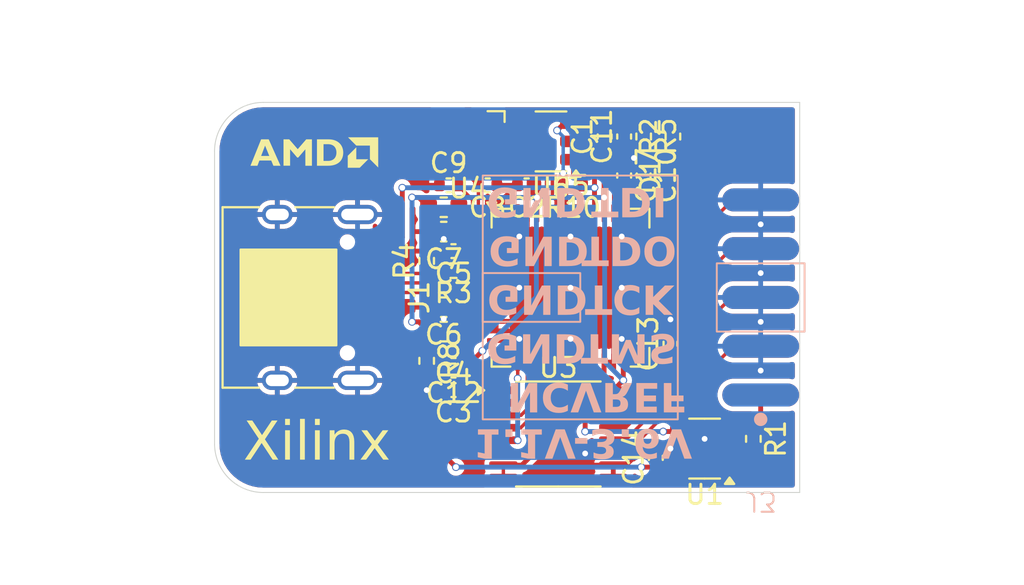
<source format=kicad_pcb>
(kicad_pcb (version 20240108) (generator "pcbnew") (generator_version "8.0")
  (layers (0 "F.Cu" signal) (31 "B.Cu" signal) (34 "B.Paste" user) (35 "F.Paste" user) (36 "B.SilkS" user "B.Silkscreen") (37 "F.SilkS" user "F.Silkscreen") (38 "B.Mask" user) (39 "F.Mask" user) (44 "Edge.Cuts" user))
  (net 0 "")
  (net 1 "+5V")
  (net 2 "GND")
  (net 3 "+3V3")
  (net 4 "/VPLL")
  (net 5 "/VPHY")
  (net 6 "/OSCI")
  (net 7 "/OSCO")
  (net 8 "/DN")
  (net 9 "/DP")
  (net 12 "/CC1")
  (net 13 "/CC2")
  (net 14 "Net-(U5-VCCA)")
  (net 15 "Net-(U5-VCCCORE)")
  (net 16 "Net-(U5-REF)")
  (net 17 "Net-(U5-~{RESET})")
  (net 21 "Net-(D1-K)")
  (net 32 "/EECLK")
  (net 33 "/EECS")
  (net 34 "/EEDIO")
  (net 35 "Net-(U6-DO)")
  (net 36 "/TDI")
  (net 37 "/TDO")
  (net 38 "/TCK")
  (net 39 "/TMS")
  (net 41 "/TMSR")
  (net 42 "VREF")
  (net 43 "/TCKR")
  (net 44 "/TDIR")
  (net 45 "/TDOR")
  (net 46 "VREF_F")
  (net 47 "Net-(D1-A)")
  (footprint "Capacitor_SMD:C_0402_1005Metric" (layer "F.Cu") (at 135.949 70.166)
    (property "Reference" "C9" (at 0 -1.16 0) (layer "F.SilkS"))
    (property "Value" "10p")
    (pad "1" smd roundrect (at -0.48 0) (size 0.56 0.62) (layers "F.Cu" "F.Paste" "F.Mask") (net 2 "GND"))
    (pad "2" smd roundrect (at 0.48 0) (size 0.56 0.62) (layers "F.Cu" "F.Paste" "F.Mask") (net 7 "/OSCO"))
  )
  (footprint "Resistor_SMD:R_0402_1005Metric" (layer "F.Cu") (at 134.806 79.31 -90)
    (property "Reference" "R8" (at 0 -1.17 90) (layer "F.SilkS"))
    (property "Value" "5.1k")
    (pad "1" smd roundrect (at -0.51 0 270) (size 0.54 0.64) (layers "F.Cu" "F.Paste" "F.Mask") (net 13 "/CC2"))
    (pad "2" smd roundrect (at 0.51 0 270) (size 0.54 0.64) (layers "F.Cu" "F.Paste" "F.Mask") (net 2 "GND"))
  )
  (footprint "1st_commonly:USB_C_Receptacle_TYPE-C-12P" (layer "F.Cu") (at 128.075 76.008 -90)
    (property "Reference" "J1" (at 0 -6.35 -90) (layer "F.SilkS"))
    (property "Value" "USB_C_Receptacle_USB2.0_16P")
    (pad "" np_thru_hole circle (at -2.89 -2.6 270) (size 0.55 0.55) (drill 0.55) (layers "F&B.Cu" "*.Mask"))
    (pad "" np_thru_hole circle (at 2.89 -2.6 270) (size 0.55 0.55) (drill 0.55) (layers "F&B.Cu" "*.Mask"))
    (pad "A1" smd rect (at -3.25 -4.045 270) (size 0.6 1.45) (layers "F.Cu" "F.Paste" "F.Mask") (net 2 "GND"))
    (pad "A4" smd rect (at -2.45 -4.045 270) (size 0.6 1.45) (layers "F.Cu" "F.Paste" "F.Mask") (net 1 "+5V"))
    (pad "A5" smd rect (at -1.25 -4.045 270) (size 0.3 1.45) (layers "F.Cu" "F.Paste" "F.Mask") (net 12 "/CC1"))
    (pad "A6" smd rect (at -0.25 -4.045 270) (size 0.3 1.45) (layers "F.Cu" "F.Paste" "F.Mask") (net 9 "/DP"))
    (pad "A7" smd rect (at 0.25 -4.045 270) (size 0.3 1.45) (layers "F.Cu" "F.Paste" "F.Mask") (net 8 "/DN"))
    (pad "A8" smd rect (at 1.25 -4.045 270) (size 0.3 1.45) (layers "F.Cu" "F.Paste" "F.Mask"))
    (pad "A9" smd rect (at 2.45 -4.045 270) (size 0.6 1.45) (layers "F.Cu" "F.Paste" "F.Mask") (net 1 "+5V"))
    (pad "A12" smd rect (at 3.25 -4.045 270) (size 0.6 1.45) (layers "F.Cu" "F.Paste" "F.Mask") (net 2 "GND"))
    (pad "B1" smd rect (at 3.25 -4.045 270) (size 0.6 1.45) (layers "F.Cu" "F.Paste" "F.Mask") (net 2 "GND"))
    (pad "B4" smd rect (at 2.45 -4.045 270) (size 0.6 1.45) (layers "F.Cu" "F.Paste" "F.Mask") (net 1 "+5V"))
    (pad "B5" smd rect (at 1.75 -4.045 270) (size 0.3 1.45) (layers "F.Cu" "F.Paste" "F.Mask") (net 13 "/CC2"))
    (pad "B6" smd rect (at 0.75 -4.045 270) (size 0.3 1.45) (layers "F.Cu" "F.Paste" "F.Mask") (net 9 "/DP"))
    (pad "B7" smd rect (at -0.75 -4.045 270) (size 0.3 1.45) (layers "F.Cu" "F.Paste" "F.Mask") (net 8 "/DN"))
    (pad "B8" smd rect (at -1.75 -4.045 270) (size 0.3 1.45) (layers "F.Cu" "F.Paste" "F.Mask"))
    (pad "B9" smd rect (at -2.45 -4.045 270) (size 0.6 1.45) (layers "F.Cu" "F.Paste" "F.Mask") (net 1 "+5V"))
    (pad "B12" smd rect (at -3.25 -4.045 270) (size 0.6 1.45) (layers "F.Cu" "F.Paste" "F.Mask") (net 2 "GND"))
    (pad "S1" thru_hole oval (at -4.32 -3.13 270) (size 1 2.1) (drill oval 0.6 1.7) (layers "*.Cu" "*.Mask") (net 2 "GND"))
    (pad "S1" thru_hole oval (at -4.32 1.05 270) (size 1 1.6) (drill oval 0.6 1.2) (layers "*.Cu" "*.Mask") (net 2 "GND"))
    (pad "S1" thru_hole oval (at 4.32 -3.13 270) (size 1 2.1) (drill oval 0.6 1.7) (layers "*.Cu" "*.Mask") (net 2 "GND"))
    (pad "S1" thru_hole oval (at 4.32 1.05 270) (size 1 1.6) (drill oval 0.6 1.2) (layers "*.Cu" "*.Mask") (net 2 "GND"))
  )
  (footprint "Inductor_SMD:L_0603_1608Metric" (layer "F.Cu") (at 135.695 71.309)
    (property "Reference" "L2" (hide yes))
    (property "Value" "L" (hide yes))
    (pad "1" smd roundrect (at -0.7875 0) (size 0.875 0.95) (layers "F.Cu" "F.Paste" "F.Mask") (net 3 "+3V3"))
    (pad "2" smd roundrect (at 0.7875 0) (size 0.875 0.95) (layers "F.Cu" "F.Paste" "F.Mask") (net 5 "/VPHY"))
  )
  (footprint "Capacitor_SMD:C_0402_1005Metric" (layer "F.Cu") (at 146.109 69.658 -90)
    (property "Reference" "C10" (at 0 -1.16 90) (layer "F.SilkS"))
    (property "Value" "104")
    (pad "1" smd roundrect (at -0.48 0 270) (size 0.56 0.62) (layers "F.Cu" "F.Paste" "F.Mask") (net 2 "GND"))
    (pad "2" smd roundrect (at 0.48 0 270) (size 0.56 0.62) (layers "F.Cu" "F.Paste" "F.Mask") (net 14 "Net-(U5-VCCA)"))
  )
  (footprint "Capacitor_SMD:C_0402_1005Metric" (layer "F.Cu") (at 136.203 73.595 180)
    (property "Reference" "C5" (at 0 -1.16 0) (layer "F.SilkS"))
    (property "Value" "104")
    (pad "1" smd roundrect (at -0.48 0 180) (size 0.56 0.62) (layers "F.Cu" "F.Paste" "F.Mask") (net 5 "/VPHY"))
    (pad "2" smd roundrect (at 0.48 0 180) (size 0.56 0.62) (layers "F.Cu" "F.Paste" "F.Mask") (net 2 "GND"))
  )
  (footprint "Inductor_SMD:L_0603_1608Metric" (layer "F.Cu") (at 135.695 77.786)
    (property "Reference" "L1" (hide yes))
    (property "Value" "L" (hide yes))
    (pad "1" smd roundrect (at -0.7875 0) (size 0.875 0.95) (layers "F.Cu" "F.Paste" "F.Mask") (net 3 "+3V3"))
    (pad "2" smd roundrect (at 0.7875 0) (size 0.875 0.95) (layers "F.Cu" "F.Paste" "F.Mask") (net 4 "/VPLL"))
  )
  (footprint "Package_TO_SOT_SMD:SOT-23-6" (layer "F.Cu") (at 141.283 67.88 180)
    (property "Reference" "U6" (at 0 -2.4 0) (layer "F.SilkS"))
    (property "Value" "93LCxxBxxOT")
    (pad "1" smd roundrect (at -1.1375 -0.95 180) (size 1.325 0.6) (layers "F.Cu" "F.Paste" "F.Mask") (net 35 "Net-(U6-DO)"))
    (pad "2" smd roundrect (at -1.1375 0 180) (size 1.325 0.6) (layers "F.Cu" "F.Paste" "F.Mask") (net 2 "GND"))
    (pad "3" smd roundrect (at -1.1375 0.95 180) (size 1.325 0.6) (layers "F.Cu" "F.Paste" "F.Mask") (net 34 "/EEDIO"))
    (pad "4" smd roundrect (at 1.1375 0.95 180) (size 1.325 0.6) (layers "F.Cu" "F.Paste" "F.Mask") (net 32 "/EECLK"))
    (pad "5" smd roundrect (at 1.1375 0 180) (size 1.325 0.6) (layers "F.Cu" "F.Paste" "F.Mask") (net 33 "/EECS"))
    (pad "6" smd roundrect (at 1.1375 -0.95 180) (size 1.325 0.6) (layers "F.Cu" "F.Paste" "F.Mask") (net 3 "+3V3"))
  )
  (footprint "Package_TO_SOT_SMD:SOT-23-5" (layer "F.Cu") (at 149.284 83.882 180)
    (property "Reference" "U1" (at 0 -2.4 0) (layer "F.SilkS"))
    (property "Value" "TLV9061xDBV")
    (pad "1" smd roundrect (at -1.1375 -0.95 180) (size 1.325 0.6) (layers "F.Cu" "F.Paste" "F.Mask") (net 46 "VREF_F"))
    (pad "2" smd roundrect (at -1.1375 0 180) (size 1.325 0.6) (layers "F.Cu" "F.Paste" "F.Mask") (net 2 "GND"))
    (pad "3" smd roundrect (at -1.1375 0.95 180) (size 1.325 0.6) (layers "F.Cu" "F.Paste" "F.Mask") (net 42 "VREF"))
    (pad "4" smd roundrect (at 1.1375 0.95 180) (size 1.325 0.6) (layers "F.Cu" "F.Paste" "F.Mask") (net 46 "VREF_F"))
    (pad "5" smd roundrect (at 1.1375 -0.95 180) (size 1.325 0.6) (layers "F.Cu" "F.Paste" "F.Mask") (net 1 "+5V"))
  )
  (footprint "Capacitor_SMD:C_0402_1005Metric" (layer "F.Cu") (at 136.203 80.834 180)
    (property "Reference" "C3" (at 0 -1.16 0) (layer "F.SilkS"))
    (property "Value" "225")
    (pad "1" smd roundrect (at -0.48 0 180) (size 0.56 0.62) (layers "F.Cu" "F.Paste" "F.Mask") (net 3 "+3V3"))
    (pad "2" smd roundrect (at 0.48 0 180) (size 0.56 0.62) (layers "F.Cu" "F.Paste" "F.Mask") (net 2 "GND"))
  )
  (footprint "Capacitor_SMD:C_0603_1608Metric" (layer "F.Cu") (at 135.695 72.579 180)
    (property "Reference" "C7" (at 0 -1.43 0) (layer "F.SilkS"))
    (property "Value" "C_Polarized")
    (pad "1" smd roundrect (at -0.775 0 180) (size 0.9 0.95) (layers "F.Cu" "F.Paste" "F.Mask") (net 5 "/VPHY"))
    (pad "2" smd roundrect (at 0.775 0 180) (size 0.9 0.95) (layers "F.Cu" "F.Paste" "F.Mask") (net 2 "GND"))
  )
  (footprint "Capacitor_SMD:C_0402_1005Metric" (layer "F.Cu") (at 146.744 84.362 90)
    (property "Reference" "C14" (at 0 -1.16 90) (layer "F.SilkS"))
    (property "Value" "104")
    (pad "1" smd roundrect (at -0.48 0 90) (size 0.56 0.62) (layers "F.Cu" "F.Paste" "F.Mask") (net 1 "+5V"))
    (pad "2" smd roundrect (at 0.48 0 90) (size 0.56 0.62) (layers "F.Cu" "F.Paste" "F.Mask") (net 2 "GND"))
  )
  (footprint "Capacitor_SMD:C_0402_1005Metric" (layer "F.Cu") (at 145.093 69.658 -90)
    (property "Reference" "C17" (at 0 -1.16 90) (layer "F.SilkS"))
    (property "Value" "104")
    (pad "1" smd roundrect (at -0.48 0 270) (size 0.56 0.62) (layers "F.Cu" "F.Paste" "F.Mask") (net 2 "GND"))
    (pad "2" smd roundrect (at 0.48 0 270) (size 0.56 0.62) (layers "F.Cu" "F.Paste" "F.Mask") (net 15 "Net-(U5-VCCCORE)"))
  )
  (footprint "Resistor_SMD:R_0402_1005Metric" (layer "F.Cu") (at 147.633 67.626 90)
    (property "Reference" "R2" (at 0 -1.17 90) (layer "F.SilkS"))
    (property "Value" "10k")
    (pad "1" smd roundrect (at -0.51 0 90) (size 0.54 0.64) (layers "F.Cu" "F.Paste" "F.Mask") (net 47 "Net-(D1-A)"))
    (pad "2" smd roundrect (at 0.51 0 90) (size 0.54 0.64) (layers "F.Cu" "F.Paste" "F.Mask") (net 3 "+3V3"))
  )
  (footprint "Capacitor_SMD:C_0402_1005Metric" (layer "F.Cu") (at 136.203 79.818 180)
    (property "Reference" "C12" (at 0 -1.16 0) (layer "F.SilkS"))
    (property "Value" "104")
    (pad "1" smd roundrect (at -0.48 0 180) (size 0.56 0.62) (layers "F.Cu" "F.Paste" "F.Mask") (net 3 "+3V3"))
    (pad "2" smd roundrect (at 0.48 0 180) (size 0.56 0.62) (layers "F.Cu" "F.Paste" "F.Mask") (net 2 "GND"))
  )
  (footprint "Resistor_SMD:R_0402_1005Metric" (layer "F.Cu") (at 142.426 70.166 180)
    (property "Reference" "R10" (at 0 -1.17 0) (layer "F.SilkS"))
    (property "Value" "2k")
    (pad "1" smd roundrect (at -0.51 0 180) (size 0.54 0.64) (layers "F.Cu" "F.Paste" "F.Mask") (net 35 "Net-(U6-DO)"))
    (pad "2" smd roundrect (at 0.51 0 180) (size 0.54 0.64) (layers "F.Cu" "F.Paste" "F.Mask") (net 34 "/EEDIO"))
  )
  (footprint "Resistor_SMD:R_0402_1005Metric" (layer "F.Cu") (at 134.806 74.103 90)
    (property "Reference" "R4" (at 0 -1.17 90) (layer "F.SilkS"))
    (property "Value" "5.1k")
    (pad "1" smd roundrect (at -0.51 0 90) (size 0.54 0.64) (layers "F.Cu" "F.Paste" "F.Mask") (net 12 "/CC1"))
    (pad "2" smd roundrect (at 0.51 0 90) (size 0.54 0.64) (layers "F.Cu" "F.Paste" "F.Mask") (net 2 "GND"))
  )
  (footprint "Resistor_SMD:R_0402_1005Metric" (layer "F.Cu") (at 151.824 83.374 -90)
    (property "Reference" "R1" (at 0 -1.17 90) (layer "F.SilkS"))
    (property "Value" "10k")
    (pad "1" smd roundrect (at -0.51 0 270) (size 0.54 0.64) (layers "F.Cu" "F.Paste" "F.Mask") (net 42 "VREF"))
    (pad "2" smd roundrect (at 0.51 0 270) (size 0.54 0.64) (layers "F.Cu" "F.Paste" "F.Mask") (net 2 "GND"))
  )
  (footprint "1st_commonly:Oscillator_SMD_13_3.2x2.5mm" (layer "F.Cu") (at 136.965 67.88 180)
    (property "Reference" "U4" (at 0 -2.45 0) (layer "F.SilkS"))
    (property "Value" "12M")
    (pad "1" smd rect (at -1.05 0.825 180) (size 1.3 1.1) (layers "F.Cu" "F.Paste" "F.Mask") (net 6 "/OSCI"))
    (pad "2" smd rect (at 1.05 0.825 180) (size 1.3 1.1) (layers "F.Cu" "F.Paste" "F.Mask") (net 2 "GND"))
    (pad "3" smd rect (at 1.05 -0.825 180) (size 1.3 1.1) (layers "F.Cu" "F.Paste" "F.Mask") (net 7 "/OSCO"))
    (pad "4" smd rect (at -1.05 -0.825 180) (size 1.3 1.1) (layers "F.Cu" "F.Paste" "F.Mask") (net 2 "GND"))
  )
  (footprint "Resistor_SMD:R_0402_1005Metric" (layer "F.Cu") (at 146.109 67.626 -90)
    (property "Reference" "R5" (at 0 -1.17 90) (layer "F.SilkS"))
    (property "Value" "1k")
    (pad "1" smd roundrect (at -0.51 0 270) (size 0.54 0.64) (layers "F.Cu" "F.Paste" "F.Mask") (net 3 "+3V3"))
    (pad "2" smd roundrect (at 0.51 0 270) (size 0.54 0.64) (layers "F.Cu" "F.Paste" "F.Mask") (net 17 "Net-(U5-~{RESET})"))
  )
  (footprint "Capacitor_SMD:C_0402_1005Metric" (layer "F.Cu") (at 136.203 78.802 180)
    (property "Reference" "C4" (at 0 -1.16 0) (layer "F.SilkS"))
    (property "Value" "104")
    (pad "1" smd roundrect (at -0.48 0 180) (size 0.56 0.62) (layers "F.Cu" "F.Paste" "F.Mask") (net 4 "/VPLL"))
    (pad "2" smd roundrect (at 0.48 0 180) (size 0.56 0.62) (layers "F.Cu" "F.Paste" "F.Mask") (net 2 "GND"))
  )
  (footprint "Capacitor_SMD:C_0402_1005Metric" (layer "F.Cu") (at 137.981 70.166 180)
    (property "Reference" "C8" (at 0 -1.16 0) (layer "F.SilkS"))
    (property "Value" "10p")
    (pad "1" smd roundrect (at -0.48 0 180) (size 0.56 0.62) (layers "F.Cu" "F.Paste" "F.Mask") (net 2 "GND"))
    (pad "2" smd roundrect (at 0.48 0 180) (size 0.56 0.62) (layers "F.Cu" "F.Paste" "F.Mask") (net 6 "/OSCI"))
  )
  (footprint "LED_SMD:LED_0402_1005Metric" (layer "F.Cu") (at 147.633 69.681 90)
    (property "Reference" "D1" (at 0 -1.17 90) (layer "F.SilkS"))
    (property "Value" "LED")
    (pad "1" smd roundrect (at -0.485 0 90) (size 0.59 0.64) (layers "F.Cu" "F.Paste" "F.Mask") (net 21 "Net-(D1-K)"))
    (pad "2" smd roundrect (at 0.485 0 90) (size 0.59 0.64) (layers "F.Cu" "F.Paste" "F.Mask") (net 47 "Net-(D1-A)"))
  )
  (footprint "Capacitor_SMD:C_0402_1005Metric" (layer "F.Cu") (at 147.506 78.421 90)
    (property "Reference" "C13" (at 0 -1.16 90) (layer "F.SilkS"))
    (property "Value" "104")
    (pad "1" smd roundrect (at -0.48 0 90) (size 0.56 0.62) (layers "F.Cu" "F.Paste" "F.Mask") (net 3 "+3V3"))
    (pad "2" smd roundrect (at 0.48 0 90) (size 0.56 0.62) (layers "F.Cu" "F.Paste" "F.Mask") (net 2 "GND"))
  )
  (footprint "Capacitor_SMD:C_0402_1005Metric" (layer "F.Cu") (at 145.093 67.626 90)
    (property "Reference" "C11" (at 0 -1.16 90) (layer "F.SilkS"))
    (property "Value" "104")
    (pad "1" smd roundrect (at -0.48 0 90) (size 0.56 0.62) (layers "F.Cu" "F.Paste" "F.Mask") (net 3 "+3V3"))
    (pad "2" smd roundrect (at 0.48 0 90) (size 0.56 0.62) (layers "F.Cu" "F.Paste" "F.Mask") (net 2 "GND"))
  )
  (footprint "Capacitor_SMD:C_0402_1005Metric" (layer "F.Cu") (at 144.077 67.626 90)
    (property "Reference" "C1" (at 0 -1.16 90) (layer "F.SilkS"))
    (property "Value" "225")
    (pad "1" smd roundrect (at -0.48 0 90) (size 0.56 0.62) (layers "F.Cu" "F.Paste" "F.Mask") (net 1 "+5V"))
    (pad "2" smd roundrect (at 0.48 0 90) (size 0.56 0.62) (layers "F.Cu" "F.Paste" "F.Mask") (net 2 "GND"))
  )
  (footprint "Package_SO:TSSOP-16_4.4x5mm_P0.65mm" (layer "F.Cu") (at 141.664 83.12)
    (property "Reference" "U3" (at 0 -3.45 0) (layer "F.SilkS"))
    (property "Value" "SN74AVC4T774PW")
    (pad "1" smd roundrect (at -2.8625 -2.275) (size 1.475 0.4) (layers "F.Cu" "F.Paste" "F.Mask") (net 3 "+3V3"))
    (pad "2" smd roundrect (at -2.8625 -1.625) (size 1.475 0.4) (layers "F.Cu" "F.Paste" "F.Mask") (net 2 "GND"))
    (pad "3" smd roundrect (at -2.8625 -0.975) (size 1.475 0.4) (layers "F.Cu" "F.Paste" "F.Mask") (net 36 "/TDI"))
    (pad "4" smd roundrect (at -2.8625 -0.325) (size 1.475 0.4) (layers "F.Cu" "F.Paste" "F.Mask") (net 37 "/TDO"))
    (pad "5" smd roundrect (at -2.8625 0.325) (size 1.475 0.4) (layers "F.Cu" "F.Paste" "F.Mask") (net 38 "/TCK"))
    (pad "6" smd roundrect (at -2.8625 0.975) (size 1.475 0.4) (layers "F.Cu" "F.Paste" "F.Mask") (net 39 "/TMS"))
    (pad "7" smd roundrect (at -2.8625 1.625) (size 1.475 0.4) (layers "F.Cu" "F.Paste" "F.Mask") (net 3 "+3V3"))
    (pad "8" smd roundrect (at -2.8625 2.275) (size 1.475 0.4) (layers "F.Cu" "F.Paste" "F.Mask") (net 3 "+3V3"))
    (pad "9" smd roundrect (at 2.8625 2.275) (size 1.475 0.4) (layers "F.Cu" "F.Paste" "F.Mask") (net 2 "GND"))
    (pad "10" smd roundrect (at 2.8625 1.625) (size 1.475 0.4) (layers "F.Cu" "F.Paste" "F.Mask") (net 2 "GND"))
    (pad "11" smd roundrect (at 2.8625 0.975) (size 1.475 0.4) (layers "F.Cu" "F.Paste" "F.Mask") (net 41 "/TMSR"))
    (pad "12" smd roundrect (at 2.8625 0.325) (size 1.475 0.4) (layers "F.Cu" "F.Paste" "F.Mask") (net 43 "/TCKR"))
    (pad "13" smd roundrect (at 2.8625 -0.325) (size 1.475 0.4) (layers "F.Cu" "F.Paste" "F.Mask") (net 45 "/TDOR"))
    (pad "14" smd roundrect (at 2.8625 -0.975) (size 1.475 0.4) (layers "F.Cu" "F.Paste" "F.Mask") (net 44 "/TDIR"))
    (pad "15" smd roundrect (at 2.8625 -1.625) (size 1.475 0.4) (layers "F.Cu" "F.Paste" "F.Mask") (net 46 "VREF_F"))
    (pad "16" smd roundrect (at 2.8625 -2.275) (size 1.475 0.4) (layers "F.Cu" "F.Paste" "F.Mask") (net 3 "+3V3"))
  )
  (footprint "Package_DFN_QFN:QFN-48-1EP_8x8mm_P0.5mm_EP6.2x6.2mm" (layer "F.Cu") (at 142.299 75.5)
    (property "Reference" "U5" (at 0 -5.31 0) (layer "F.SilkS"))
    (property "Value" "FT232H")
    (pad "1" smd roundrect (at -3.875 -2.75) (size 0.95 0.25) (layers "F.Cu" "F.Paste" "F.Mask") (net 6 "/OSCI"))
    (pad "2" smd roundrect (at -3.875 -2.25) (size 0.95 0.25) (layers "F.Cu" "F.Paste" "F.Mask") (net 7 "/OSCO"))
    (pad "3" smd roundrect (at -3.875 -1.75) (size 0.95 0.25) (layers "F.Cu" "F.Paste" "F.Mask") (net 5 "/VPHY"))
    (pad "4" smd roundrect (at -3.875 -1.25) (size 0.95 0.25) (layers "F.Cu" "F.Paste" "F.Mask") (net 2 "GND"))
    (pad "5" smd roundrect (at -3.875 -0.75) (size 0.95 0.25) (layers "F.Cu" "F.Paste" "F.Mask") (net 16 "Net-(U5-REF)"))
    (pad "6" smd roundrect (at -3.875 -0.25) (size 0.95 0.25) (layers "F.Cu" "F.Paste" "F.Mask") (net 8 "/DN"))
    (pad "7" smd roundrect (at -3.875 0.25) (size 0.95 0.25) (layers "F.Cu" "F.Paste" "F.Mask") (net 9 "/DP"))
    (pad "8" smd roundrect (at -3.875 0.75) (size 0.95 0.25) (layers "F.Cu" "F.Paste" "F.Mask") (net 4 "/VPLL"))
    (pad "9" smd roundrect (at -3.875 1.25) (size 0.95 0.25) (layers "F.Cu" "F.Paste" "F.Mask") (net 2 "GND"))
    (pad "10" smd roundrect (at -3.875 1.75) (size 0.95 0.25) (layers "F.Cu" "F.Paste" "F.Mask") (net 2 "GND"))
    (pad "11" smd roundrect (at -3.875 2.25) (size 0.95 0.25) (layers "F.Cu" "F.Paste" "F.Mask") (net 2 "GND"))
    (pad "12" smd roundrect (at -3.875 2.75) (size 0.95 0.25) (layers "F.Cu" "F.Paste" "F.Mask") (net 3 "+3V3"))
    (pad "13" smd roundrect (at -2.75 3.875) (size 0.25 0.95) (layers "F.Cu" "F.Paste" "F.Mask") (net 38 "/TCK"))
    (pad "14" smd roundrect (at -2.25 3.875) (size 0.25 0.95) (layers "F.Cu" "F.Paste" "F.Mask") (net 36 "/TDI"))
    (pad "15" smd roundrect (at -1.75 3.875) (size 0.25 0.95) (layers "F.Cu" "F.Paste" "F.Mask") (net 37 "/TDO"))
    (pad "16" smd roundrect (at -1.25 3.875) (size 0.25 0.95) (layers "F.Cu" "F.Paste" "F.Mask") (net 39 "/TMS"))
    (pad "17" smd roundrect (at -0.75 3.875) (size 0.25 0.95) (layers "F.Cu" "F.Paste" "F.Mask"))
    (pad "18" smd roundrect (at -0.25 3.875) (size 0.25 0.95) (layers "F.Cu" "F.Paste" "F.Mask"))
    (pad "19" smd roundrect (at 0.25 3.875) (size 0.25 0.95) (layers "F.Cu" "F.Paste" "F.Mask"))
    (pad "20" smd roundrect (at 0.75 3.875) (size 0.25 0.95) (layers "F.Cu" "F.Paste" "F.Mask"))
    (pad "21" smd roundrect (at 1.25 3.875) (size 0.25 0.95) (layers "F.Cu" "F.Paste" "F.Mask"))
    (pad "22" smd roundrect (at 1.75 3.875) (size 0.25 0.95) (layers "F.Cu" "F.Paste" "F.Mask") (net 2 "GND"))
    (pad "23" smd roundrect (at 2.25 3.875) (size 0.25 0.95) (layers "F.Cu" "F.Paste" "F.Mask") (net 2 "GND"))
    (pad "24" smd roundrect (at 2.75 3.875) (size 0.25 0.95) (layers "F.Cu" "F.Paste" "F.Mask") (net 3 "+3V3"))
    (pad "25" smd roundrect (at 3.875 2.75) (size 0.95 0.25) (layers "F.Cu" "F.Paste" "F.Mask"))
    (pad "26" smd roundrect (at 3.875 2.25) (size 0.95 0.25) (layers "F.Cu" "F.Paste" "F.Mask"))
    (pad "27" smd roundrect (at 3.875 1.75) (size 0.95 0.25) (layers "F.Cu" "F.Paste" "F.Mask"))
    (pad "28" smd roundrect (at 3.875 1.25) (size 0.95 0.25) (layers "F.Cu" "F.Paste" "F.Mask"))
    (pad "29" smd roundrect (at 3.875 0.75) (size 0.95 0.25) (layers "F.Cu" "F.Paste" "F.Mask"))
    (pad "30" smd roundrect (at 3.875 0.25) (size 0.95 0.25) (layers "F.Cu" "F.Paste" "F.Mask"))
    (pad "31" smd roundrect (at 3.875 -0.25) (size 0.95 0.25) (layers "F.Cu" "F.Paste" "F.Mask"))
    (pad "32" smd roundrect (at 3.875 -0.75) (size 0.95 0.25) (layers "F.Cu" "F.Paste" "F.Mask"))
    (pad "33" smd roundrect (at 3.875 -1.25) (size 0.95 0.25) (layers "F.Cu" "F.Paste" "F.Mask") (net 21 "Net-(D1-K)"))
    (pad "34" smd roundrect (at 3.875 -1.75) (size 0.95 0.25) (layers "F.Cu" "F.Paste" "F.Mask") (net 17 "Net-(U5-~{RESET})"))
    (pad "35" smd roundrect (at 3.875 -2.25) (size 0.95 0.25) (layers "F.Cu" "F.Paste" "F.Mask") (net 2 "GND"))
    (pad "36" smd roundrect (at 3.875 -2.75) (size 0.95 0.25) (layers "F.Cu" "F.Paste" "F.Mask") (net 2 "GND"))
    (pad "37" smd roundrect (at 2.75 -3.875) (size 0.25 0.95) (layers "F.Cu" "F.Paste" "F.Mask") (net 14 "Net-(U5-VCCA)"))
    (pad "38" smd roundrect (at 2.25 -3.875) (size 0.25 0.95) (layers "F.Cu" "F.Paste" "F.Mask") (net 15 "Net-(U5-VCCCORE)"))
    (pad "39" smd roundrect (at 1.75 -3.875) (size 0.25 0.95) (layers "F.Cu" "F.Paste" "F.Mask") (net 3 "+3V3"))
    (pad "40" smd roundrect (at 1.25 -3.875) (size 0.25 0.95) (layers "F.Cu" "F.Paste" "F.Mask") (net 1 "+5V"))
    (pad "41" smd roundrect (at 0.75 -3.875) (size 0.25 0.95) (layers "F.Cu" "F.Paste" "F.Mask") (net 2 "GND"))
    (pad "42" smd roundrect (at 0.25 -3.875) (size 0.25 0.95) (layers "F.Cu" "F.Paste" "F.Mask") (net 2 "GND"))
    (pad "43" smd roundrect (at -0.25 -3.875) (size 0.25 0.95) (layers "F.Cu" "F.Paste" "F.Mask") (net 34 "/EEDIO"))
    (pad "44" smd roundrect (at -0.75 -3.875) (size 0.25 0.95) (layers "F.Cu" "F.Paste" "F.Mask") (net 32 "/EECLK"))
    (pad "45" smd roundrect (at -1.25 -3.875) (size 0.25 0.95) (layers "F.Cu" "F.Paste" "F.Mask") (net 33 "/EECS"))
    (pad "46" smd roundrect (at -1.75 -3.875) (size 0.25 0.95) (layers "F.Cu" "F.Paste" "F.Mask") (net 3 "+3V3"))
    (pad "47" smd roundrect (at -2.25 -3.875) (size 0.25 0.95) (layers "F.Cu" "F.Paste" "F.Mask") (net 2 "GND"))
    (pad "48" smd roundrect (at -2.75 -3.875) (size 0.25 0.95) (layers "F.Cu" "F.Paste" "F.Mask") (net 2 "GND"))
    (pad "49" smd rect (at 0 0) (size 6.2 6.2) (property pad_prop_heatsink) (layers "F.Cu" "F.Mask") (net 2 "GND"))
  )
  (footprint "Capacitor_SMD:C_0603_1608Metric" (layer "F.Cu") (at 135.695 76.516 180)
    (property "Reference" "C6" (at 0 -1.43 0) (layer "F.SilkS"))
    (property "Value" "C_Polarized")
    (pad "1" smd roundrect (at -0.775 0 180) (size 0.9 0.95) (layers "F.Cu" "F.Paste" "F.Mask") (net 4 "/VPLL"))
    (pad "2" smd roundrect (at 0.775 0 180) (size 0.9 0.95) (layers "F.Cu" "F.Paste" "F.Mask") (net 2 "GND"))
  )
  (footprint "Resistor_SMD:R_0402_1005Metric" (layer "F.Cu") (at 136.203 74.611 180)
    (property "Reference" "R3" (at 0 -1.17 0) (layer "F.SilkS"))
    (property "Value" "12k")
    (pad "1" smd roundrect (at -0.51 0 180) (size 0.54 0.64) (layers "F.Cu" "F.Paste" "F.Mask") (net 16 "Net-(U5-REF)"))
    (pad "2" smd roundrect (at 0.51 0 180) (size 0.54 0.64) (layers "F.Cu" "F.Paste" "F.Mask") (net 2 "GND"))
  )
  (footprint "Capacitor_SMD:C_0402_1005Metric" (layer "F.Cu") (at 140.013 70.166 180)
    (property "Reference" "C2" (at 0 -1.16 0) (layer "F.SilkS"))
    (property "Value" "104")
    (pad "1" smd roundrect (at -0.48 0 180) (size 0.56 0.62) (layers "F.Cu" "F.Paste" "F.Mask") (net 3 "+3V3"))
    (pad "2" smd roundrect (at 0.48 0 180) (size 0.56 0.62) (layers "F.Cu" "F.Paste" "F.Mask") (net 2 "GND"))
  )
  (footprint "1st_commonly:DC3_02x05_2.54_Odd_Even" (layer "B.Cu") (at 152.205 76.008)
    (property "Reference" "J3" (at 0 10.62 180) (layer "B.SilkS") (effects (font (thickness 0.1)) (justify mirror)))
    (property "Value" "Conn_02x05_Odd_Even")
    (pad "1" smd oval (at 0 5.08) (size 4 1.2) (layers "B.Cu" "B.Paste" "B.Mask"))
    (pad "2" smd oval (at 0 5.08) (size 4 1.2) (layers "F.Cu" "F.Paste" "F.Mask") (net 42 "VREF"))
    (pad "3" smd oval (at 0 2.54) (size 4 1.2) (layers "B.Cu" "B.Paste" "B.Mask") (net 2 "GND"))
    (pad "4" smd oval (at 0 2.54) (size 4 1.2) (layers "F.Cu" "F.Paste" "F.Mask") (net 41 "/TMSR"))
    (pad "5" smd oval (at 0 0) (size 4 1.2) (layers "B.Cu" "B.Paste" "B.Mask") (net 2 "GND"))
    (pad "6" smd oval (at 0 0) (size 4 1.2) (layers "F.Cu" "F.Paste" "F.Mask") (net 43 "/TCKR"))
    (pad "7" smd oval (at 0 -2.54) (size 4 1.2) (layers "B.Cu" "B.Paste" "B.Mask") (net 2 "GND"))
    (pad "8" smd oval (at 0 -2.54) (size 4 1.2) (layers "F.Cu" "F.Paste" "F.Mask") (net 45 "/TDOR"))
    (pad "9" smd oval (at 0 -5.08) (size 4 1.2) (layers "B.Cu" "B.Paste" "B.Mask") (net 2 "GND"))
    (pad "10" smd oval (at 0 -5.08) (size 4 1.2) (layers "F.Cu" "F.Paste" "F.Mask") (net 44 "/TDIR"))
  )
  (gr_rect (start 137.727 69.658) (end 147.887 82.358) (stroke (width 0.1)) (fill none) (layer "B.SilkS"))
  (gr_rect (start 137.727 74.738) (end 142.807 77.278) (stroke (width 0.1)) (fill none) (layer "B.SilkS"))
  (gr_rect (start 125.107 73.508) (end 130.107 78.508) (stroke (width 0.1)) (fill solid) (layer "F.SilkS"))
  (gr_poly (pts (xy 128.089446 68.284019) (xy 128.53093 67.772527) (xy 128.829538 67.772527) (xy 128.829538 69.147937) (xy 128.486638 69.147937) (xy 128.486638 68.290687) (xy 128.11564 68.722169) (xy 128.063252 68.722169) (xy 127.692254 68.288782) (xy 127.692254 69.146032) (xy 127.349354 69.146032) (xy 127.349354 67.772527) (xy 127.647963 67.772527)) (stroke (width -0.000001)) (fill solid) (layer "F.SilkS"))
  (gr_poly (pts (xy 129.744569 67.773434) (xy 129.789498 67.776127) (xy 129.833003 67.78056) (xy 129.87508 67.786688) (xy 129.915727 67.794464) (xy 129.95494 67.803845) (xy 129.992714 67.814784) (xy 130.029049 67.827236) (xy 130.063939 67.841156) (xy 130.097381 67.856498) (xy 130.129373 67.873218) (xy 130.159911 67.891269) (xy 130.188992 67.910607) (xy 130.216612 67.931186) (xy 130.242768 67.95296) (xy 130.267456 67.975885) (xy 130.290674 67.999916) (xy 130.312418 68.025005) (xy 130.332685 68.051109) (xy 130.351472 68.078182) (xy 130.368774 68.106179) (xy 130.384589 68.135054) (xy 130.398914 68.164762) (xy 130.411745 68.195258) (xy 130.423079 68.226496) (xy 130.432912 68.258431) (xy 130.441242 68.291017) (xy 130.448065 68.32421) (xy 130.453377 68.357964) (xy 130.457176 68.392233) (xy 130.459457 68.426972) (xy 130.460218 68.462137) (xy 130.459484 68.498882) (xy 130.457277 68.53498) (xy 130.453586 68.570396) (xy 130.448403 68.605095) (xy 130.44172 68.639045) (xy 130.433528 68.672211) (xy 130.423817 68.704559) (xy 130.412579 68.736055) (xy 130.399804 68.766665) (xy 130.385485 68.796355) (xy 130.369611 68.825091) (xy 130.352175 68.852838) (xy 130.333167 68.879564) (xy 130.312578 68.905234) (xy 130.2904 68.929814) (xy 130.266623 68.953269) (xy 130.241239 68.975567) (xy 130.214238 68.996673) (xy 130.185613 69.016552) (xy 130.155353 69.035171) (xy 130.123451 69.052497) (xy 130.089897 69.068494) (xy 130.054682 69.083129) (xy 130.017797 69.096368) (xy 129.979234 69.108176) (xy 129.938984 69.118521) (xy 129.897037 69.127367) (xy 129.853385 69.134682) (xy 129.808019 69.14043) (xy 129.76093 69.144578) (xy 129.712109 69.147091) (xy 129.661547 69.147937) (xy 129.091 69.147937) (xy 129.091 68.896) (xy 129.4339 68.896) (xy 129.657737 68.896) (xy 129.689358 68.895323) (xy 129.719587 68.893325) (xy 129.748449 68.890054) (xy 129.77597 68.885558) (xy 129.802175 68.879887) (xy 129.82709 68.873089) (xy 129.85074 68.865213) (xy 129.873151 68.856308) (xy 129.894348 68.846422) (xy 129.914356 68.835603) (xy 129.933202 68.823901) (xy 129.95091 68.811364) (xy 129.967506 68.79804) (xy 129.983015 68.78398) (xy 129.997464 68.76923) (xy 130.010877 68.75384) (xy 130.023279 68.737858) (xy 130.034697 68.721334) (xy 130.045156 68.704315) (xy 130.05468 68.68685) (xy 130.063297 68.668989) (xy 130.071031 68.650779) (xy 130.083951 68.61351) (xy 130.093646 68.575431) (xy 130.100319 68.536932) (xy 130.104173 68.498403) (xy 130.105412 68.460232) (xy 130.103905 68.416096) (xy 130.099315 68.373139) (xy 130.091539 68.331592) (xy 130.086425 68.311419) (xy 130.080476 68.291684) (xy 130.073679 68.272417) (xy 130.066022 68.253646) (xy 130.057492 68.235399) (xy 130.048075 68.217707) (xy 130.03776 68.200597) (xy 130.026533 68.184099) (xy 130.014381 68.16824) (xy 130.001292 68.153051) (xy 129.987253 68.138559) (xy 129.972251 68.124793) (xy 129.956273 68.111783) (xy 129.939306 68.099556) (xy 129.921338 68.088142) (xy 129.902356 68.07757) (xy 129.882346 68.067868) (xy 129.861297 68.059066) (xy 129.839195 68.051191) (xy 129.816027 68.044272) (xy 129.791781 68.038339) (xy 129.766444 68.033421) (xy 129.740003 68.029545) (xy 129.712445 68.026741) (xy 129.683757 68.025037) (xy 129.653927 68.024463) (xy 129.4339 68.024463) (xy 129.4339 68.896) (xy 129.091 68.896) (xy 129.091 67.772527) (xy 129.698219 67.772527)) (stroke (width -0.000001)) (fill solid) (layer "F.SilkS"))
  (gr_poly (pts (xy 132.281875 69.240329) (xy 131.84944 68.807894) (xy 131.84944 68.098758) (xy 131.140303 68.098758) (xy 130.708345 67.666323) (xy 132.281875 67.666323)) (stroke (width -0.000001)) (fill solid) (layer "F.SilkS"))
  (gr_poly (pts (xy 131.139827 68.80837) (xy 131.762763 68.80837) (xy 131.317945 69.253664) (xy 130.69501 69.253664) (xy 130.69501 68.630253) (xy 131.139827 68.185435)) (stroke (width -0.000001)) (fill solid) (layer "F.SilkS"))
  (gr_poly (pts (xy 127.192667 69.147937) (xy 126.821669 69.147937) (xy 126.708797 68.875522) (xy 126.093482 68.875522) (xy 125.990612 69.147937) (xy 125.62771 69.147937) (xy 125.834057 68.635968) (xy 126.184446 68.635968) (xy 126.607833 68.635968) (xy 126.388281 68.100187) (xy 126.184446 68.635968) (xy 125.834057 68.635968) (xy 126.182065 67.772527) (xy 126.579257 67.772527)) (stroke (width -0.000001)) (fill solid) (layer "F.SilkS"))
  (gr_line (start 154.237 65.848) (end 154.237 86.168) (stroke (width 0.05)) (layer "Edge.Cuts"))
  (gr_line (start 154.237 65.848) (end 126.297 65.848) (stroke (width 0.05)) (layer "Edge.Cuts"))
  (gr_line (start 126.297 86.168) (end 154.237 86.168) (stroke (width 0.05)) (layer "Edge.Cuts"))
  (gr_arc (start 123.757 68.388) (mid 124.500949 66.591949) (end 126.297 65.848) (stroke (width 0.05)) (layer "Edge.Cuts"))
  (gr_line (start 123.757 68.388) (end 123.757 83.628) (stroke (width 0.05)) (layer "Edge.Cuts"))
  (gr_arc (start 126.297 86.168) (mid 124.500949 85.424051) (end 123.757 83.628) (stroke (width 0.05)) (layer "Edge.Cuts"))
  (gr_text "GND" (at 140.574338 76.008 180) (layer "B.SilkS") (effects (font (size 1.5 1.5) (thickness 0.3) (bold yes)) (justify mirror)))
  (gr_text "TDI" (at 145.347 70.928 180) (layer "B.SilkS") (effects (font (size 1.5 1.5) (thickness 0.3) (bold yes)) (justify mirror)))
  (gr_text "TDO" (at 145.347 73.468 180) (layer "B.SilkS") (effects (font (size 1.5 1.5) (thickness 0.3) (bold yes)) (justify mirror)))
  (gr_text "TCK" (at 145.347 76.008 180) (layer "B.SilkS") (effects (font (size 1.5 1.5) (thickness 0.3) (bold yes)) (justify mirror)))
  (gr_text "NC" (at 140.648 81.088 180) (layer "B.SilkS") (effects (font (size 1.5 1.5) (thickness 0.3) (bold yes)) (justify mirror)))
  (gr_text "GND" (at 140.539823 70.928 180) (layer "B.SilkS") (effects (font (size 1.5 1.5) (thickness 0.3) (bold yes)) (justify mirror)))
  (gr_text "TMS" (at 145.347 78.548 180) (layer "B.SilkS") (effects (font (size 1.5 1.5) (thickness 0.3) (bold yes)) (justify mirror)))
  (gr_text "GND" (at 140.643369 73.468 180) (layer "B.SilkS") (effects (font (size 1.5 1.5) (thickness 0.3) (bold yes)) (justify mirror)))
  (gr_text "1.1V-3.6V" (at 142.934 83.501 180) (layer "B.SilkS") (effects (font (size 1.5 1.5) (thickness 0.3) (bold yes)) (justify mirror)))
  (gr_text "GND" (at 140.521 78.548 180) (layer "B.SilkS") (effects (font (size 1.5 1.5) (thickness 0.3) (bold yes)) (justify mirror)))
  (gr_text "VREF\n" (at 145.347 81.088 180) (layer "B.SilkS") (effects (font (size 1.5 1.5) (thickness 0.3) (bold yes)) (justify mirror)))
  (gr_text "Xilinx" (at 129.091 83.628 0) (layer "F.SilkS") (effects (font (size 2 2) (thickness 0.25))))
  (segment (start 133.79 82.3072) (end 133.79 79.183) (width 0.254) (layer "F.Cu") (net 1))
  (segment (start 130.488 77.805) (end 130.488 74.23) (width 0.254) (layer "F.Cu") (net 1))
  (segment (start 133.536 72.875) (end 133.536 70.293) (width 0.254) (layer "F.Cu") (net 1))
  (segment (start 132.853 73.558) (end 133.536 72.875) (width 0.254) (layer "F.Cu") (net 1))
  (segment (start 132.12 73.558) (end 132.853 73.558) (width 0.254) (layer "F.Cu") (net 1))
  (segment (start 132.12 78.458) (end 131.141 78.458) (width 0.254) (layer "F.Cu") (net 1))
  (segment (start 136.33 84.8472) (end 133.79 82.3072) (width 0.254) (layer "F.Cu") (net 1))
  (segment (start 133.065 78.458) (end 132.12 78.458) (width 0.254) (layer "F.Cu") (net 1))
  (segment (start 131.141 78.458) (end 130.488 77.805) (width 0.254) (layer "F.Cu") (net 1))
  (segment (start 145.982 84.8472) (end 148.1313 84.8472) (width 0.254) (layer "F.Cu") (net 1))
  (segment (start 130.488 74.23) (end 131.16 73.558) (width 0.254) (layer "F.Cu") (net 1))
  (segment (start 143.549 70.293) (end 143.549 71.625) (width 0.254) (layer "F.Cu") (net 1))
  (segment (start 143.549 68.634) (end 144.077 68.106) (width 0.254) (layer "F.Cu") (net 1))
  (segment (start 133.79 79.183) (end 133.065 78.458) (width 0.254) (layer "F.Cu") (net 1))
  (segment (start 143.549 70.293) (end 143.549 68.634) (width 0.254) (layer "F.Cu") (net 1))
  (segment (start 131.16 73.558) (end 132.12 73.558) (width 0.254) (layer "F.Cu") (net 1))
  (via (at 143.549 70.293) (size 0.4) (drill 0.3) (layers "F.Cu" "B.Cu") (net 1))
  (via (at 136.33 84.8472) (size 0.4) (drill 0.3) (layers "F.Cu" "B.Cu") (net 1))
  (via (at 133.536 70.293) (size 0.4) (drill 0.3) (layers "F.Cu" "B.Cu") (net 1))
  (via (at 145.982 84.8472) (size 0.4) (drill 0.3) (layers "F.Cu" "B.Cu") (net 1))
  (segment (start 136.33 84.8472) (end 145.982 84.8472) (width 0.254) (layer "B.Cu") (net 1))
  (segment (start 133.536 70.293) (end 143.549 70.293) (width 0.254) (layer "B.Cu") (net 1))
  (segment (start 146.107014 83.882) (end 146.744 83.882) (width 0.1778) (layer "F.Cu") (net 2))
  (segment (start 145.1666 69.178) (end 145.601 68.7436) (width 0.254) (layer "F.Cu") (net 2))
  (segment (start 146.0354 69.178) (end 145.601 68.7436) (width 0.254) (layer "F.Cu") (net 2))
  (segment (start 150.4215 83.882) (end 149.792 83.882) (width 0.254) (layer "F.Cu") (net 2))
  (segment (start 142.4205 67.88) (end 143.343 67.88) (width 0.254) (layer "F.Cu") (net 2))
  (segment (start 149.792 83.882) (end 149.284 83.374) (width 0.254) (layer "F.Cu") (net 2))
  (segment (start 145.244014 84.745) (end 146.107014 83.882) (width 0.1778) (layer "F.Cu") (net 2))
  (segment (start 135.314 72.579) (end 135.695 72.96) (width 0.254) (layer "F.Cu") (net 2))
  (segment (start 135.0854 76.516) (end 135.695 77.1256) (width 0.254) (layer "F.Cu") (net 2))
  (segment (start 143.343 67.88) (end 144.077 67.146) (width 0.254) (layer "F.Cu") (net 2))
  (segment (start 134.92 72.579) (end 135.314 72.579) (width 0.254) (layer "F.Cu") (net 2))
  (segment (start 147.506 77.941) (end 146.645 78.802) (width 0.254) (layer "F.Cu") (net 2))
  (segment (start 146.645 78.802) (end 145.601 78.802) (width 0.254) (layer "F.Cu") (net 2))
  (segment (start 135.723 73.595) (end 135.723 72.988) (width 0.254) (layer "F.Cu") (net 2))
  (segment (start 135.723 78.802) (end 135.723 77.1536) (width 0.254) (layer "F.Cu") (net 2))
  (segment (start 144.5265 84.745) (end 145.244014 84.745) (width 0.1778) (layer "F.Cu") (net 2))
  (segment (start 135.723 77.1536) (end 135.695 77.1256) (width 0.254) (layer "F.Cu") (net 2))
  (segment (start 135.723 72.988) (end 135.695 72.96) (width 0.254) (layer "F.Cu") (net 2))
  (segment (start 145.601 78.802) (end 144.966 78.167) (width 0.254) (layer "F.Cu") (net 2))
  (via (at 152.205 77.278) (size 0.4) (drill 0.3) (layers "F.Cu" "B.Cu") (net 2))
  (via (at 152.205 79.818) (size 0.4) (drill 0.3) (layers "F.Cu" "B.Cu") (net 2))
  (via (at 134.806 80.834) (size 0.4) (drill 0.3) (layers "F.Cu" "B.Cu") (net 2))
  (via (at 142.299 72.833) (size 0.4) (drill 0.3) (layers "F.Cu" "B.Cu") (net 2))
  (via (at 147.506 77.151) (size 0.4) (drill 0.3) (layers "F.Cu" "B.Cu") (net 2))
  (via (at 147.506 83.882) (size 0.4) (drill 0.3) (layers "F.Cu" "B.Cu") (net 2))
  (via (at 135.695 72.96) (size 0.4) (drill 0.3) (layers "F.Cu" "B.Cu") (net 2))
  (via (at 139.632 72.833) (size 0.4) (drill 0.3) (layers "F.Cu" "B.Cu") (net 2))
  (via (at 144.966 78.167) (size 0.4) (drill 0.3) (layers "F.Cu" "B.Cu") (net 2))
  (via (at 149.284 83.374) (size 0.4) (drill 0.3) (layers "F.Cu" "B.Cu") (net 2))
  (via (at 142.299 75.5) (size 0.4) (drill 0.3) (layers "F.Cu" "B.Cu") (net 2))
  (via (at 135.695 77.1256) (size 0.4) (drill 0.3) (layers "F.Cu" "B.Cu") (net 2))
  (via (at 142.299 78.167) (size 0.4) (drill 0.3) (layers "F.Cu" "B.Cu") (net 2))
  (via (at 139.632 78.167) (size 0.4) (drill 0.3) (layers "F.Cu" "B.Cu") (net 2))
  (via (at 152.205 74.738) (size 0.4) (drill 0.3) (layers "F.Cu" "B.Cu") (net 2))
  (via (at 139.632 75.5) (size 0.4) (drill 0.3) (layers "F.Cu" "B.Cu") (net 2))
  (via (at 152.205 72.198) (size 0.4) (drill 0.3) (layers "F.Cu" "B.Cu") (net 2))
  (via (at 144.966 75.5) (size 0.4) (drill 0.3) (layers "F.Cu" "B.Cu") (net 2))
  (via (at 143.061 84.136) (size 0.4) (drill 0.3) (layers "F.Cu" "B.Cu") (net 2))
  (via (at 145.601 68.7436) (size 0.4) (drill 0.3) (layers "F.Cu" "B.Cu") (net 2))
  (via (at 144.966 72.833) (size 0.4) (drill 0.3) (layers "F.Cu" "B.Cu") (net 2))
  (segment (start 136.683 79.818) (end 136.683 80.834) (width 0.254) (layer "F.Cu") (net 3))
  (segment (start 140.1455 70.3975) (end 140.1455 68.83) (width 0.254) (layer "F.Cu") (net 3))
  (segment (start 140.549 70.801) (end 140.549 70.222) (width 0.254) (layer "F.Cu") (net 3))
  (segment (start 137.713 78.788) (end 136.683 79.818) (width 0.254) (layer "F.Cu") (net 3))
  (segment (start 145.119 68.106) (end 146.109 67.116) (width 0.1778) (layer "F.Cu") (net 3))
  (segment (start 144.5265 80.845) (end 143.6596 80.845) (width 0.254) (layer "F.Cu") (net 3))
  (segment (start 134.9075 71.309) (end 134.3995 70.801) (width 0.254) (layer "F.Cu") (net 3))
  (segment (start 143.6596 80.845) (end 139.7596 84.745) (width 0.254) (layer "F.Cu") (net 3))
  (segment (start 144.049 69.15) (end 145.093 68.106) (width 0.254) (layer "F.Cu") (net 3))
  (segment (start 145.049 79.375) (end 147.032 79.375) (width 0.254) (layer "F.Cu") (net 3))
  (segment (start 144.049 70.801) (end 144.049 69.15) (width 0.254) (layer "F.Cu") (net 3))
  (segment (start 134.044 77.278) (end 134.3995 77.278) (width 0.254) (layer "F.Cu") (net 3))
  (segment (start 139.7596 84.745) (end 138.8015 84.745) (width 0.254) (layer "F.Cu") (net 3))
  (segment (start 138.251 78.25) (end 137.713 78.788) (width 0.254) (layer "F.Cu") (net 3))
  (segment (start 140.549 71.625) (end 140.549 70.222) (width 0.1778) (layer "F.Cu") (net 3))
  (segment (start 140.549 70.801) (end 140.1455 70.3975) (width 0.254) (layer "F.Cu") (net 3))
  (segment (start 138.424 78.25) (end 138.251 78.25) (width 0.254) (layer "F.Cu") (net 3))
  (segment (start 138.8015 84.745) (end 138.8015 85.395) (width 0.1778) (layer "F.Cu") (net 3))
  (segment (start 134.3995 70.801) (end 134.044 70.801) (width 0.254) (layer "F.Cu") (net 3))
  (segment (start 145.049 80.3225) (end 145.049 79.375) (width 0.254) (layer "F.Cu") (net 3))
  (segment (start 147.032 79.375) (end 147.506 78.901) (width 0.254) (layer "F.Cu") (net 3))
  (segment (start 145.049 80.3225) (end 144.5265 80.845) (width 0.254) (layer "F.Cu") (net 3))
  (segment (start 144.049 70.801) (end 144.049 71.625) (width 0.254) (layer "F.Cu") (net 3))
  (segment (start 146.109 67.116) (end 147.633 67.116) (width 0.1778) (layer "F.Cu") (net 3))
  (segment (start 134.3995 77.278) (end 134.9075 77.786) (width 0.254) (layer "F.Cu") (net 3))
  (segment (start 136.694 80.845) (end 138.8015 80.845) (width 0.254) (layer "F.Cu") (net 3))
  (via (at 137.713 78.788) (size 0.4) (drill 0.3) (layers "F.Cu" "B.Cu") (net 3))
  (via (at 134.044 77.278) (size 0.4) (drill 0.3) (layers "F.Cu" "B.Cu") (net 3))
  (via (at 144.049 70.801) (size 0.4) (drill 0.3) (layers "F.Cu" "B.Cu") (net 3))
  (via (at 140.549 70.801) (size 0.4) (drill 0.3) (layers "F.Cu" "B.Cu") (net 3))
  (via (at 134.044 70.801) (size 0.4) (drill 0.3) (layers "F.Cu" "B.Cu") (net 3))
  (via (at 145.049 80.3225) (size 0.4) (drill 0.3) (layers "F.Cu" "B.Cu") (net 3))
  (segment (start 134.044 70.801) (end 134.044 77.278) (width 0.254) (layer "B.Cu") (net 3))
  (segment (start 144.077 79.3505) (end 145.049 80.3225) (width 0.254) (layer "B.Cu") (net 3))
  (segment (start 144.077 70.829) (end 144.077 79.3505) (width 0.254) (layer "B.Cu") (net 3))
  (segment (start 140.549 70.801) (end 140.521 70.829) (width 0.254) (layer "B.Cu") (net 3))
  (segment (start 140.521 70.829) (end 140.521 75.98) (width 0.254) (layer "B.Cu") (net 3))
  (segment (start 140.549 70.801) (end 144.049 70.801) (width 0.254) (layer "B.Cu") (net 3))
  (segment (start 134.044 70.801) (end 140.549 70.801) (width 0.254) (layer "B.Cu") (net 3))
  (segment (start 144.049 70.801) (end 144.077 70.829) (width 0.254) (layer "B.Cu") (net 3))
  (segment (start 140.521 75.98) (end 137.713 78.788) (width 0.254) (layer "B.Cu") (net 3))
  (segment (start 136.47 76.516) (end 136.47 77.7735) (width 0.254) (layer "F.Cu") (net 4))
  (segment (start 138.424 76.25) (end 136.736 76.25) (width 0.254) (layer "F.Cu") (net 4))
  (segment (start 136.683 78.802) (end 136.683 77.9865) (width 0.254) (layer "F.Cu") (net 4))
  (segment (start 138.424 73.75) (end 136.838 73.75) (width 0.254) (layer "F.Cu") (net 5))
  (segment (start 136.838 73.75) (end 136.683 73.595) (width 0.254) (layer "F.Cu") (net 5))
  (segment (start 136.4825 72.5665) (end 136.4825 71.309) (width 0.254) (layer "F.Cu") (net 5))
  (segment (start 136.683 73.595) (end 136.683 72.792) (width 0.254) (layer "F.Cu") (net 5))
  (segment (start 137.501 72.48) (end 137.771 72.75) (width 0.1778) (layer "F.Cu") (net 6))
  (segment (start 137.771 72.75) (end 138.424 72.75) (width 0.1778) (layer "F.Cu") (net 6))
  (segment (start 137.501 70.166) (end 137.501 72.48) (width 0.1778) (layer "F.Cu") (net 6))
  (segment (start 137.501 70.166) (end 136.965 69.63) (width 0.1778) (layer "F.Cu") (net 6))
  (segment (start 136.965 69.63) (end 136.965 68.105) (width 0.1778) (layer "F.Cu") (net 6))
  (segment (start 136.965 68.105) (end 138.015 67.055) (width 0.1778) (layer "F.Cu") (net 6))
  (segment (start 136.43525 70.166) (end 137.1962 70.92695) (width 0.1778) (layer "F.Cu") (net 7))
  (segment (start 137.1962 70.92695) (end 137.1962 72.606252) (width 0.1778) (layer "F.Cu") (net 7))
  (segment (start 136.457 69.247) (end 136.457 70.138) (width 0.1778) (layer "F.Cu") (net 7))
  (segment (start 137.1962 72.606252) (end 137.839948 73.25) (width 0.1778) (layer "F.Cu") (net 7))
  (segment (start 137.839948 73.25) (end 138.424 73.25) (width 0.1778) (layer "F.Cu") (net 7))
  (segment (start 135.915 68.705) (end 136.457 69.247) (width 0.1778) (layer "F.Cu") (net 7))
  (segment (start 132.12 76.258) (end 131.2172 76.258) (width 0.1778) (layer "F.Cu") (net 8))
  (segment (start 131.238 75.258) (end 132.12 75.258) (width 0.1778) (layer "F.Cu") (net 8))
  (segment (start 131.123 76.1638) (end 131.123 75.373) (width 0.1778) (layer "F.Cu") (net 8))
  (segment (start 131.123 75.373) (end 131.238 75.258) (width 0.1778) (layer "F.Cu") (net 8))
  (segment (start 138.424 75.25) (end 132.128 75.25) (width 0.1778) (layer "F.Cu") (net 8))
  (segment (start 131.2172 76.258) (end 131.123 76.1638) (width 0.1778) (layer "F.Cu") (net 8))
  (segment (start 132.12 76.758) (end 133.0228 76.758) (width 0.1778) (layer "F.Cu") (net 9))
  (segment (start 133.0228 76.758) (end 133.155 76.6258) (width 0.1778) (layer "F.Cu") (net 9))
  (segment (start 133.197 75.75) (end 132.128 75.75) (width 0.1778) (layer "F.Cu") (net 9))
  (segment (start 138.424 75.75) (end 133.197 75.75) (width 0.1778) (layer "F.Cu") (net 9))
  (segment (start 133.155 76.6258) (end 133.155 75.75) (width 0.1778) (layer "F.Cu") (net 9))
  (segment (start 132.12 74.758) (end 134.661 74.758) (width 0.1778) (layer "F.Cu") (net 12))
  (segment (start 134.169 78.8) (end 134.806 78.8) (width 0.1778) (layer "F.Cu") (net 13))
  (segment (start 133.127 77.758) (end 134.169 78.8) (width 0.1778) (layer "F.Cu") (net 13))
  (segment (start 132.12 77.758) (end 133.127 77.758) (width 0.1778) (layer "F.Cu") (net 13))
  (segment (start 145.049 71.198) (end 146.109 70.138) (width 0.1778) (layer "F.Cu") (net 14))
  (segment (start 145.049 71.625) (end 145.049 71.198) (width 0.1778) (layer "F.Cu") (net 14))
  (segment (start 145.093 70.138) (end 144.549 70.682) (width 0.1778) (layer "F.Cu") (net 15))
  (segment (start 144.549 70.682) (end 144.549 71.625) (width 0.1778) (layer "F.Cu") (net 15))
  (segment (start 138.424 74.75) (end 136.852 74.75) (width 0.254) (layer "F.Cu") (net 16))
  (segment (start 146.998 73.468) (end 146.716 73.75) (width 0.1778) (layer "F.Cu") (net 17))
  (segment (start 146.109 68.136) (end 146.998 69.025) (width 0.1778) (layer "F.Cu") (net 17))
  (segment (start 146.716 73.75) (end 146.174 73.75) (width 0.1778) (layer "F.Cu") (net 17))
  (segment (start 146.998 69.025) (end 146.998 73.468) (width 0.1778) (layer "F.Cu") (net 17))
  (segment (start 147.633 70.166) (end 147.633 73.468) (width 0.1778) (layer "F.Cu") (net 21))
  (segment (start 147.633 73.468) (end 146.851 74.25) (width 0.1778) (layer "F.Cu") (net 21))
  (segment (start 146.851 74.25) (end 146.174 74.25) (width 0.1778) (layer "F.Cu") (net 21))
  (segment (start 140.46 66.93) (end 141.3538 67.8238) (width 0.1778) (layer "F.Cu") (net 32))
  (segment (start 141.549 70.94) (end 141.549 71.625) (width 0.1778) (layer "F.Cu") (net 32))
  (segment (start 141.3538 67.8238) (end 141.3538 70.7448) (width 0.1778) (layer "F.Cu") (net 32))
  (segment (start 141.3538 70.7448) (end 141.549 70.94) (width 0.1778) (layer "F.Cu") (net 32))
  (segment (start 141.049 68.388) (end 141.049 71.625) (width 0.1778) (layer "F.Cu") (net 33))
  (segment (start 140.541 67.88) (end 141.049 68.388) (width 0.1778) (layer "F.Cu") (net 33))
  (segment (start 142.049 71.625) (end 142.049 70.299) (width 0.254) (layer "F.Cu") (net 34))
  (segment (start 141.916 69.533) (end 141.916 70.166) (width 0.1778) (layer "F.Cu") (net 34))
  (segment (start 141.979 66.93) (end 141.6005 67.3085) (width 0.254) (layer "F.Cu") (net 34))
  (segment (start 141.918 69.531) (end 141.916 69.533) (width 0.1778) (layer "F.Cu") (net 34))
  (via (at 141.918 69.531) (size 0.4) (drill 0.3) (layers "F.Cu" "B.Cu") (net 34))
  (via (at 141.6005 67.3085) (size 0.4) (drill 0.3) (layers "F.Cu" "B.Cu") (net 34))
  (segment (start 141.6005 67.3085) (end 141.918 67.626) (width 0.1778) (layer "B.Cu") (net 34))
  (segment (start 141.918 67.626) (end 141.918 69.531) (width 0.1778) (layer "B.Cu") (net 34))
  (segment (start 142.936 70.166) (end 142.4205 69.6505) (width 0.1778) (layer "F.Cu") (net 35))
  (segment (start 142.4205 69.6505) (end 142.4205 68.83) (width 0.1778) (layer "F.Cu") (net 35))
  (segment (start 139.718 82.145) (end 138.8015 82.145) (width 0.1778) (layer "F.Cu") (net 36))
  (segment (start 140.049 79.375) (end 140.049 81.814) (width 0.1778) (layer "F.Cu") (net 36))
  (segment (start 140.049 81.814) (end 139.718 82.145) (width 0.1778) (layer "F.Cu") (net 36))
  (segment (start 139.703 82.795) (end 138.8015 82.795) (width 0.1778) (layer "F.Cu") (net 37))
  (segment (start 140.549 81.949) (end 139.703 82.795) (width 0.1778) (layer "F.Cu") (net 37))
  (segment (start 140.549 79.375) (end 140.549 81.949) (width 0.1778) (layer "F.Cu") (net 37))
  (segment (start 139.549 80.226) (end 139.547 80.228) (width 0.1778) (layer "F.Cu") (net 38))
  (segment (start 139.547 83.448) (end 138.8045 83.448) (width 0.1778) (layer "F.Cu") (net 38))
  (segment (start 139.549 79.375) (end 139.549 80.226) (width 0.1778) (layer "F.Cu") (net 38))
  (via (at 139.547 80.228) (size 0.4) (drill 0.3) (layers "F.Cu" "B.Cu") (net 38))
  (via (at 139.547 83.448) (size 0.4) (drill 0.3) (layers "F.Cu" "B.Cu") (net 38))
  (segment (start 139.547 80.228) (end 139.547 83.448) (width 0.254) (layer "B.Cu") (net 38))
  (segment (start 141.049 82.846) (end 139.8 84.095) (width 0.1778) (layer "F.Cu") (net 39))
  (segment (start 139.8 84.095) (end 138.8015 84.095) (width 0.1778) (layer "F.Cu") (net 39))
  (segment (start 141.049 79.375) (end 141.049 82.846) (width 0.1778) (layer "F.Cu") (net 39))
  (segment (start 145.23 84.095) (end 150.777 78.548) (width 0.1778) (layer "F.Cu") (net 41))
  (segment (start 144.5265 84.095) (end 145.23 84.095) (width 0.1778) (layer "F.Cu") (net 41))
  (segment (start 150.777 78.548) (end 152.205 78.548) (width 0.254) (layer "F.Cu") (net 41))
  (segment (start 152.205 81.088) (end 152.205 82.483) (width 0.254) (layer "F.Cu") (net 42))
  (segment (start 152.205 82.483) (end 151.824 82.864) (width 0.254) (layer "F.Cu") (net 42))
  (segment (start 151.756 82.932) (end 150.4215 82.932) (width 0.254) (layer "F.Cu") (net 42))
  (segment (start 149.665 77.024) (end 150.681 76.008) (width 0.1778) (layer "F.Cu") (net 43))
  (segment (start 150.681 76.008) (end 152.205 76.008) (width 0.254) (layer "F.Cu") (net 43))
  (segment (start 149.665 78.929) (end 149.665 77.024) (width 0.1778) (layer "F.Cu") (net 43))
  (segment (start 145.149 83.445) (end 149.665 78.929) (width 0.1778) (layer "F.Cu") (net 43))
  (segment (start 148.649 78.675) (end 148.649 73.024) (width 0.1778) (layer "F.Cu") (net 44))
  (segment (start 145.179 82.145) (end 148.649 78.675) (width 0.1778) (layer "F.Cu") (net 44))
  (segment (start 148.649 73.024) (end 150.745 70.928) (width 0.1778) (layer "F.Cu") (net 44))
  (segment (start 144.5265 82.145) (end 145.179 82.145) (width 0.1778) (layer "F.Cu") (net 44))
  (segment (start 150.745 70.928) (end 152.205 70.928) (width 0.254) (layer "F.Cu") (net 44))
  (segment (start 145.164 82.795) (end 149.157 78.802) (width 0.1778) (layer "F.Cu") (net 45))
  (segment (start 149.157 78.802) (end 149.157 74.992) (width 0.1778) (layer "F.Cu") (net 45))
  (segment (start 150.681 73.468) (end 152.437 73.468) (width 0.254) (layer "F.Cu") (net 45))
  (segment (start 149.157 74.992) (end 150.681 73.468) (width 0.1778) (layer "F.Cu") (net 45))
  (segment (start 148.1465 82.932) (end 148.1465 83.2525) (width 0.254) (layer "F.Cu") (net 46))
  (segment (start 143.061 82.993) (end 143.061 82.223001) (width 0.254) (layer "F.Cu") (net 46))
  (segment (start 143.061 82.223001) (end 143.789001 81.495) (width 0.254) (layer "F.Cu") (net 46))
  (segment (start 147.125 82.993) (end 148.0855 82.993) (width 0.254) (layer "F.Cu") (net 46))
  (segment (start 148.1465 83.2525) (end 149.726 84.832) (width 0.254) (layer "F.Cu") (net 46))
  (segment (start 149.726 84.832) (end 150.4215 84.832) (width 0.254) (layer "F.Cu") (net 46))
  (segment (start 143.789001 81.495) (end 144.5265 81.495) (width 0.254) (layer "F.Cu") (net 46))
  (via (at 143.061 82.993) (size 0.4) (drill 0.3) (layers "F.Cu" "B.Cu") (net 46))
  (via (at 147.125 82.993) (size 0.4) (drill 0.3) (layers "F.Cu" "B.Cu") (net 46))
  (segment (start 143.061 82.993) (end 147.125 82.993) (width 0.254) (layer "B.Cu") (net 46))
  (segment (start 147.633 68.136) (end 147.633 69.196) (width 0.1778) (layer "F.Cu") (net 47))
  (zone (net 2) (net_name "GND") (layers "F&B.Cu") (connect_pads (clearance 0.25)) (min_thickness 0.25) (fill yes (thermal_gap 0.25) (thermal_bridge_width 0.25))
    (polygon (pts (xy 112.581 60.514) (xy 165.921 60.514) (xy 165.921 90.994) (xy 112.581 90.994)))
  )
)
</source>
